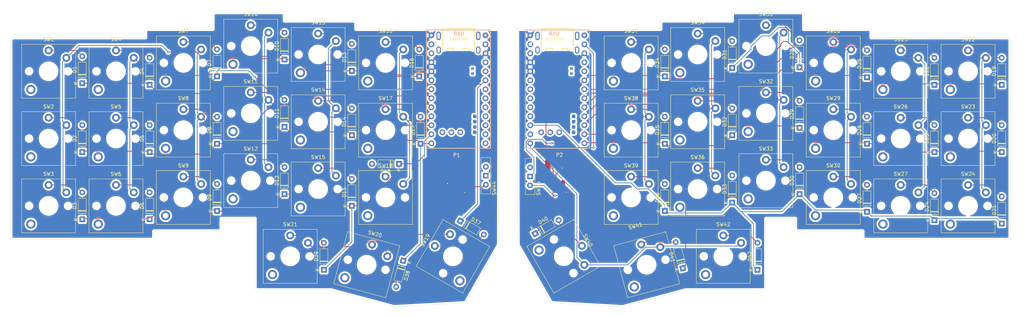
<source format=kicad_pcb>
(kicad_pcb (version 20241229) (generator "pcbnew") (generator_version "9.0")
  (title_block (title "Thyme: Split Keyboard PCB") (date "03/28/2025") (rev "1.13"))
  (layers (0 "F.Cu" signal) (2 "B.Cu" signal) (13 "F.Paste" user) (15 "B.Paste" user) (5 "F.SilkS" user "F.Silkscreen") (7 "B.SilkS" user "B.Silkscreen") (1 "F.Mask" user) (3 "B.Mask" user) (25 "Edge.Cuts" user))
  (net 0 "")
  (net 1 "L-ROW0")
  (net 2 "Net-(D1-A)")
  (net 3 "L-ROW1")
  (net 4 "Net-(D2-A)")
  (net 5 "L-ROW2")
  (net 6 "Net-(D3-A)")
  (net 7 "Net-(D4-A)")
  (net 8 "Net-(D5-A)")
  (net 9 "Net-(D6-A)")
  (net 10 "Net-(D7-A)")
  (net 11 "Net-(D8-A)")
  (net 12 "Net-(D9-A)")
  (net 13 "Net-(D10-A)")
  (net 14 "Net-(D11-A)")
  (net 15 "Net-(D12-A)")
  (net 16 "Net-(D13-A)")
  (net 17 "Net-(D14-A)")
  (net 18 "Net-(D15-A)")
  (net 19 "Net-(D16-A)")
  (net 20 "Net-(D17-A)")
  (net 21 "Net-(D18-A)")
  (net 22 "R-ROW0")
  (net 23 "Net-(D19-A)")
  (net 24 "Net-(D20-A)")
  (net 25 "R-ROW1")
  (net 26 "R-ROW2")
  (net 27 "Net-(D21-A)")
  (net 28 "Net-(D22-A)")
  (net 29 "Net-(D23-A)")
  (net 30 "Net-(D24-A)")
  (net 31 "Net-(D25-A)")
  (net 32 "Net-(D26-A)")
  (net 33 "Net-(D27-A)")
  (net 34 "Net-(D28-A)")
  (net 35 "Net-(D29-A)")
  (net 36 "Net-(D30-A)")
  (net 37 "Net-(D31-A)")
  (net 38 "Net-(D32-A)")
  (net 39 "Net-(D33-A)")
  (net 40 "Net-(D34-A)")
  (net 41 "Net-(D35-A)")
  (net 42 "Net-(D36-A)")
  (net 43 "Net-(D37-A)")
  (net 44 "Net-(D38-A)")
  (net 45 "Net-(D39-A)")
  (net 46 "Net-(D40-A)")
  (net 47 "Net-(D41-A)")
  (net 48 "Net-(D42-A)")
  (net 49 "L-COL0")
  (net 50 "L-COL1")
  (net 51 "L-COL2")
  (net 52 "L-COL3")
  (net 53 "L-COL4")
  (net 54 "L-COL5")
  (net 55 "R-COL0")
  (net 56 "R-COL1")
  (net 57 "R-COL2")
  (net 58 "R-COL3")
  (net 59 "R-COL4")
  (net 60 "R-COL5")
  (net 64 "Net-(SW44-B)")
  (net 66 "Net-(SW45-B)")
  (net 68 "LPOWER-GND")
  (net 69 "L-COL6")
  (net 70 "R-COL6")
  (net 80 "LPOWER-3.3V")
  (net 81 "RPOWER-GND")
  (net 82 "RPOWER-3.3V")
  (net 87 "LBATTERY_POSITIVE")
  (net 88 "RBATTERY_POSITIVE")
  (footprint "Switch_Keyboard_Kailh:SW_Kailh_Choc_V1V2_1.00u" (layer "F.Cu") (at 303.88257 103.373099)
    (property "Reference" "SW24")
    (property "Value" "SW_Push")
  )
  (footprint "Switch_Keyboard_Kailh:SW_Kailh_Choc_V1V2_1.00u" (layer "F.Cu") (at 63.63257 84.373099)
    (property "Reference" "SW5")
    (property "Value" "SW_Push")
  )
  (footprint "Switch_Keyboard_Kailh:SW_Kailh_Choc_V1V2_1.00u" (layer "F.Cu") (at 265.88257 62.998099)
    (property "Reference" "SW28")
    (property "Value" "SW_Push")
  )
  (footprint "Switch_Keyboard_Kailh:SW_Kailh_Choc_V1V2_1.00u" (layer "F.Cu") (at 120.63257 98.623099)
    (property "Reference" "SW15")
    (property "Value" "SW_Push")
  )
  (footprint "Switch_Keyboard_Kailh:SW_Kailh_Choc_V1V2_1.00u" (layer "F.Cu") (at 101.63257 96.248099)
    (property "Reference" "SW12")
    (property "Value" "SW_Push")
  )
  (footprint "libraries:JST_S2B-PH-SM4-TB" (layer "F.Cu") (at 159.98257 97.935599)
    (property "Reference" "P1")
    (property "Value" "JST BATTERY L")
  )
  (footprint "libraries:SuperMini NRF52840" (layer "F.Cu") (at 180.45 55.21863)
    (property "Reference" "U2" (hide yes))
    (property "Value" "nice_nano")
  )
  (footprint "Diode_THT:D_DO-35_SOD27_P7.62mm_Horizontal" (layer "F.Cu") (at 54.13257 107.183099 90)
    (property "Reference" "D3")
    (property "Value" "D_Small")
  )
  (footprint "Diode_THT:D_DO-35_SOD27_P7.62mm_Horizontal" (layer "F.Cu") (at 218.38257 104.808099 90)
    (property "Reference" "D36")
    (property "Value" "D_Small")
  )
  (footprint "Diode_THT:D_DO-35_SOD27_P7.62mm_Horizontal" (layer "F.Cu") (at 122.25757 121.433099 90)
    (property "Reference" "D39")
    (property "Value" "D_Small")
  )
  (footprint "Diode_THT:D_DO-35_SOD27_P7.62mm_Horizontal" (layer "F.Cu") (at 160.733014 107.663099 -30)
    (property "Reference" "D37")
    (property "Value" "D_Small")
  )
  (footprint "Diode_THT:D_DO-35_SOD27_P7.62mm_Horizontal" (layer "F.Cu") (at 256.36257 64.268099 90)
    (property "Reference" "D28")
    (property "Value" "D_Small")
  )
  (footprint "Diode_THT:D_DO-35_SOD27_P7.62mm_Horizontal" (layer "F.Cu") (at 144.618671 118.867922 -105)
    (property "Reference" "D38")
    (property "Value" "D_Small")
  )
  (footprint "Diode_THT:D_DO-35_SOD27_P7.62mm_Horizontal" (layer "F.Cu") (at 149.13257 66.808099 90)
    (property "Reference" "D16")
    (property "Value" "D_Small")
  )
  (footprint "Diode_THT:D_DO-35_SOD27_P7.62mm_Horizontal" (layer "F.Cu") (at 275.38257 105.055599 90)
    (property "Reference" "D27")
    (property "Value" "D_Small")
  )
  (footprint "Diode_THT:D_DO-35_SOD27_P7.62mm_Horizontal" (layer "F.Cu") (at 73.13257 107.183099 90)
    (property "Reference" "D6")
    (property "Value" "D_Small")
  )
  (footprint "Diode_THT:D_DO-35_SOD27_P7.62mm_Horizontal" (layer "F.Cu") (at 313.38257 69.183099 90)
    (property "Reference" "D19")
    (property "Value" "D_Small")
  )
  (footprint "Diode_THT:D_DO-35_SOD27_P7.62mm_Horizontal" (layer "F.Cu") (at 111.13257 62.058099 90)
    (property "Reference" "D10")
    (property "Value" "D_Small")
  )
  (footprint "Diode_THT:D_DO-35_SOD27_P7.62mm_Horizontal" (layer "F.Cu") (at 54.13257 68.730599 90)
    (property "Reference" "D1")
    (property "Value" "D_Small")
  )
  (footprint "Diode_THT:D_DO-35_SOD27_P7.62mm_Horizontal" (layer "F.Cu") (at 313.38257 108.370599 90)
    (property "Reference" "D21")
    (property "Value" "D_Small")
  )
  (footprint "Diode_THT:D_DO-35_SOD27_P7.62mm_Horizontal" (layer "F.Cu") (at 275.38257 85.808099 90)
    (property "Reference" "D26")
    (property "Value" "D_Small")
  )
  (footprint "Switch_Keyboard_Kailh:SW_Kailh_Choc_V1V2_1.00u" (layer "F.Cu") (at 227.63257 60.623099)
    (property "Reference" "SW34")
    (property "Value" "SW_Push")
  )
  (footprint "Diode_THT:D_DO-35_SOD27_P7.62mm_Horizontal" (layer "F.Cu") (at 92.13257 66.808099 90)
    (property "Reference" "D7")
    (property "Value" "D_Small")
  )
  (footprint "Switch_Keyboard_Kailh:SW_Kailh_Choc_V1V2_1.00u" (layer "F.Cu") (at 134.319978 119.998099 -15)
    (property "Reference" "SW20")
    (property "Value" "SW_Push")
  )
  (footprint "Diode_THT:D_DO-35_SOD27_P7.62mm_Horizontal" (layer "F.Cu") (at 73.13257 88.183099 90)
    (property "Reference" "D5")
    (property "Value" "D_Small")
  )
  (footprint "Diode_THT:D_DO-35_SOD27_P7.62mm_Horizontal" (layer "F.Cu") (at 237.38257 83.433099 90)
    (property "Reference" "D32")
    (property "Value" "D_Small")
  )
  (footprint "Diode_THT:D_DO-35_SOD27_P7.62mm_Horizontal" (layer "F.Cu") (at 294.38257 69.183099 90)
    (property "Reference" "D22")
    (property "Value" "D_Small")
  )
  (footprint "Diode_THT:D_DO-35_SOD27_P7.62mm_Horizontal" (layer "F.Cu") (at 244.50757 121.433099 90)
    (property "Reference" "D42")
    (property "Value" "D_Small")
  )
  (footprint "Switch_Keyboard_Kailh:SW_Kailh_Choc_V1V2_1.00u" (layer "F.Cu") (at 82.63257 62.998099)
    (property "Reference" "SW7")
    (property "Value" "SW_Push")
  )
  (footprint "Diode_THT:D_DO-35_SOD27_P7.62mm_Horizontal" (layer "F.Cu") (at 256.38257 81.305599 90)
    (property "Reference" "D29")
    (property "Value" "D_Small")
  )
  (footprint "Diode_THT:D_DO-35_SOD27_P7.62mm_Horizontal" (layer "F.Cu") (at 223.448671 120.978276 105)
    (property "Reference" "D41")
    (property "Value" "D_Small")
  )
  (footprint "libraries:SuperMini NRF52840" (layer "F.Cu") (at 152.575061 55.21863)
    (property "Reference" "U1" (hide yes))
    (property "Value" "nice_nano")
  )
  (footprint "Switch_Keyboard_Kailh:SW_Kailh_Choc_V1V2_1.00u" (layer "F.Cu") (at 246.88257 77.248099)
    (property "Reference" "SW32")
    (property "Value" "SW_Push")
  )
  (footprint "Switch_Keyboard_Kailh:SW_Kailh_Choc_V1V2_1.00u" (layer "F.Cu") (at 213.25757 119.998099 15)
    (property "Reference" "SW41")
    (property "Value" "SW_Push")
  )
  (footprint "Diode_THT:D_DO-35_SOD27_P7.62mm_Horizontal" (layer "F.Cu") (at 313.38257 88.183099 90)
    (property "Reference" "D20")
    (property "Value" "D_Small")
  )
  (footprint "Switch_Keyboard_Kailh:SW_Kailh_Choc_V1V2_1.00u" (layer "F.Cu") (at 227.63257 79.623099)
    (property "Reference" "SW35")
    (property "Value" "SW_Push")
  )
  (footprint "Switch_Keyboard_Kailh:SW_Kailh_Choc_V1V2_1.00u" (layer "F.Cu") (at 101.63257 77.248099)
    (property "Reference" "SW11")
    (property "Value" "SW_Push")
  )
  (footprint "Switch_Keyboard_Kailh:SW_Kailh_Choc_V1V2_1.00u" (layer "F.Cu") (at 158.63257 117.636239 60)
    (property "Reference" "SW19")
    (property "Value" "SW_Push")
  )
  (footprint "Switch_Keyboard_Kailh:SW_Kailh_Choc_V1V2_1.00u" (layer "F.Cu") (at 246.88257 58.248099)
    (property "Reference" "SW31")
    (property "Value" "SW_Push")
  )
  (footprint "Diode_THT:D_DO-35_SOD27_P7.62mm_Horizontal" (layer "F.Cu") (at 294.38257 107.430599 90)
    (property "Reference" "D24")
    (property "Value" "D_Small")
  )
  (footprint "Switch_Keyboard_Kailh:SW_Kailh_Choc_V1V2_1.00u" (layer "F.Cu") (at 120.63257 60.623099)
    (property "Reference" "SW13")
    (property "Value" "SW_Push")
  )
  (footprint "Switch_Keyboard_Kailh:SW_Kailh_Choc_V1V2_1.00u" (layer "F.Cu") (at 208.88257 100.998099)
    (property "Reference" "SW39")
    (property "Value" "SW_Push")
  )
  (footprint "Diode_THT:D_DO-35_SOD27_P7.62mm_Horizontal" (layer "F.Cu") (at 111.13257 81.058099 90)
    (property "Reference" "D11")
    (property "Value" "D_Small")
  )
  (footprint "Diode_THT:D_DO-35_SOD27_P7.62mm_Horizontal" (layer "F.Cu") (at 143.44257 91.498099 180)
    (property "Reference" "D18")
    (property "Value" "D_Small")
  )
  (footprint "Switch_Keyboard_Kailh:SW_Kailh_Choc_V1V2_1.00u" (layer "F.Cu") (at 284.88257 103.373099)
    (property "Reference" "SW27")
    (property "Value" "SW_Push")
  )
  (footprint "Switch_Keyboard_Kailh:SW_Kailh_Choc_V1V2_1.00u" (layer "F.Cu") (at 63.63257 103.373099)
    (property "Reference" "SW6")
    (property "Value" "SW_Push")
  )
  (footprint "Diode_THT:D_DO-35_SOD27_P7.62mm_Horizontal" (layer "F.Cu") (at 149.50757 85.808099 90)
    (property "Reference" "D17")
    (property "Value" "D_Small")
  )
  (footprint "Switch_Keyboard_Kailh:SW_Kailh_Choc_V1V2_1.00u" (layer "F.Cu") (at 227.63257 98.623099)
    (property "Reference" "SW36")
    (property "Value" "SW_Push")
  )
  (footprint "libraries:JST_S2B-PH-SM4-TB" (layer "F.Cu") (at 188.69507 97.935599)
    (property "Reference" "P2")
    (property "Value" "JST BATTERY R")
  )
  (footprint "Switch_Keyboard_Kailh:SW_Kailh_Choc_V1V2_1.00u" (layer "F.Cu") (at 44.63257 65.373099)
    (property "Reference" "SW1")
    (property "Value" "SW_Push")
  )
  (footprint "Switch_Keyboard_Kailh:SW_Kailh_Choc_V1V2_1.00u" (layer "F.Cu") (at 284.88257 84.373099)
    (property "Reference" "SW26")
    (property "Value" "SW_Push")
  )
  (footprint "Switch_Keyboard_Kailh:SW_Kailh_Choc_V1V2_1.00u" (layer "F.Cu") (at 101.63257 58.248099)
    (property "Reference" "SW10")
    (property "Value" "SW_Push")
  )
  (footprint "Switch_Keyboard_Kailh:SW_Kailh_Choc_V1V2_1.00u" (layer "F.Cu") (at 82.63257 100.998099)
    (property "Reference" "SW9")
    (property "Value" "SW_Push")
  )
  (footprint "Diode_THT:D_DO-35_SOD27_P7.62mm_Horizontal" (layer "F.Cu") (at 218.38257 66.808099 90)
    (property "Reference" "D34")
    (property "Value" "D_Small")
  )
  (footprint "Diode_THT:D_DO-35_SOD27_P7.62mm_Horizontal" (layer "F.Cu") (at 92.13257 85.808099 90)
    (property "Reference" "D8")
    (property "Value" "D_Small")
  )
  (footprint "Switch_Keyboard_Kailh:SW_Kailh_Choc_V1V2_1.00u" (layer "F.Cu") (at 246.88257 96.248099)
    (property "Reference" "SW33")
    (property "Value" "SW_Push")
  )
  (footprint "Switch_Keyboard_Kailh:SW_Kailh_Choc_V1V2_1.00u" (layer "F.Cu") (at 44.63257 103.373099)
    (property "Reference" "SW3")
    (property "Value" "SW_Push")
  )
  (footprint "Switch_Keyboard_Kailh:SW_Kailh_Choc_V1V2_1.00u" (layer "F.Cu") (at 265.88257 81.998099)
    (property "Reference" "SW29")
    (property "Value" "SW_Push")
  )
  (footprint "Switch_Keyboard_Kailh:SW_Kailh_Choc_V1V2_1.00u" (layer "F.Cu") (at 139.63257 100.998099)
    (property "Reference" "SW18")
    (property "Value" "SW_Push")
  )
  (footprint "Switch_Keyboard_Kailh:SW_Kailh_Choc_V1V2_1.00u" (layer "F.Cu") (at 112.75757 117.623099)
    (property "Reference" "SW21")
    (property "Value" "SW_Push")
  )
  (footprint "Diode_THT:D_DO-35_SOD27_P7.62mm_Horizontal" (layer "F.Cu") (at 237.38257 102.433099 90)
    (property "Reference" "D33")
    (property "Value" "D_Small")
  )
  (footprint "Switch_Keyboard_Kailh:SW_Kailh_Choc_V1V2_1.00u" (layer "F.Cu") (at 284.88257 65.373099)
    (property "Reference" "SW25")
    (property "Value" "SW_Push")
  )
  (footprint "Diode_THT:D_DO-35_SOD27_P7.62mm_Horizontal" (layer "F.Cu") (at 130.13257 65.243099 90)
    (property "Reference" "D13")
    (property "Value" "D_Small")
  )
  (footprint "Switch_Keyboard_Kailh:SW_Kailh_Choc_V1V2_1.00u" (layer "F.Cu") (at 303.88257 65.373099)
    (property "Reference" "SW22")
    (property "Value" "SW_Push")
  )
  (footprint "Switch_Keyboard_Kailh:SW_Kailh_Choc_V1V2_1.00u" (layer "F.Cu") (at 208.88257 62.998099)
    (property "Reference" "SW37")
    (property "Value" "SW_Push")
  )
  (footprint "Diode_THT:D_DO-35_SOD27_P7.62mm_Horizontal" (layer "F.Cu") (at 130.13257 83.433099 90)
    (property "Reference" "D14")
    (property "Value" "D_Small")
  )
  (footprint "Switch_Keyboard_Kailh:SW_Kailh_Choc_V1V2_1.00u" (layer "F.Cu") (at 139.63257 81.998099)
    (property "Reference" "SW17")
    (property "Value" "SW_Push")
  )
  (footprint "Diode_THT:D_DO-35_SOD27_P7.62mm_Horizontal" (layer "F.Cu") (at 73.13257 69.183099 90)
    (property "Reference" "D4")
    (property "Value" "D_Small")
  )
  (footprint "Switch_Keyboard_Kailh:SW_Kailh_Choc_V1V2_1.00u" (layer "F.Cu") (at 265.88257 100.998099)
    (property "Reference" "SW30")
    (property "Value" "SW_Push")
  )
  (footprint "Switch_Keyboard_Kailh:SW_Kailh_Choc_V1V2_1.00u" (layer "F.Cu") (at 120.63257 79.623099)
    (property "Reference" "SW14")
    (property "Value" "SW_Push")
  )
  (footprint "Diode_THT:D_DO-35_SOD27_P7.62mm_Horizontal" (layer "F.Cu") (at 92.13257 104.808099 90)
    (property "Reference" "D9")
    (property "Value" "D_Small")
  )
  (footprint "Switch_Keyboard_Kailh:SW_Kailh_Choc_V1V2_1.00u" (layer "F.Cu") (at 44.63257 84.373099)
    (property "Reference" "SW2")
    (property "Value" "SW_Push")
  )
  (footprint "Switch_Keyboard_Kailh:SW_Kailh_Choc_V1V2_1.00u" (layer "F.Cu") (at 208.88257 81.998099)
    (property "Reference" "SW38")
    (property "Value" "SW_Push")
  )
  (footprint "Switch_Keyboard_Kailh:SW_Kailh_Choc_V1V2_1.00u" (layer "F.Cu") (at 234.88257 117.623099)
    (property "Reference" "SW42")
    (property "Value" "SW_Push")
  )
  (footprint "Diode_THT:D_DO-35_SOD27_P7.62mm_Horizontal" (layer "F.Cu") (at 218.38257 85.808099 90)
    (property "Reference" "D35")
    (property "Value" "D_Small")
  )
  (footprint "Button_Switch_THT:SW_Slide-03_Wuerth-WS-SLTV_10x2.5x6.4_P2.54mm" (layer "F.Cu") (at 167.92257 94.858099 90)
    (property "Reference" "SW44")
    (property "Value" "SW_SPDT")
  )
  (footprint "Switch_Keyboard_Kailh:SW_Kailh_Choc_V1V2_1.00u" (layer "F.Cu") (at 82.63257 81.998099)
    (property "Reference" "SW8")
    (property "Value" "SW_Push")
  )
  (footprint "Switch_Keyboard_Kailh:SW_Kailh_Choc_V1V2_1.00u" (layer "F.Cu") (at 189.88257 117.60996 -60)
    (property "Reference" "SW40")
    (property "Value" "SW_Push")
  )
  (footprint "Button_Switch_THT:SW_Slide-03_Wuerth-WS-SLTV_10x2.5x6.4_P2.54mm" (layer "F.Cu") (at 180.38257 95.060599 90)
    (property "Reference" "SW45")
    (property "Value" "SW_SPDT")
  )
  (footprint "Diode_THT:D_DO-35_SOD27_P7.62mm_Horizontal" (layer "F.Cu") (at 237.38257 64.433099 90)
    (property "Reference" "D31")
    (property "Value" "D_Small")
  )
  (footprint "Diode_THT:D_DO-35_SOD27_P7.62mm_Horizontal" (layer "F.Cu") (at 181.833014 111.215599 30)
    (property "Reference" "D40")
    (property "Value" "D_Small")
  )
  (footprint "Diode_THT:D_DO-35_SOD27_P7.62mm_Horizontal" (layer "F.Cu") (at 111.13257 100.058099 90)
    (property "Reference" "D12")
    (property "Value" "D_Small")
  )
  (footprint "Diode_THT:D_DO-35_SOD27_P7.62mm_Horizontal" (layer "F.Cu") (at 294.38257 88.183099 90)
    (property "Reference" "D23")
    (property "Value" "D_Small")
  )
  (footprint "Diode_THT:D_DO-35_SOD27_P7.62mm_Horizontal" (layer "F.Cu") (at 275.38257 67.055599 90)
    (property "Reference" "D25")
    (property "Value" "D_Small")
  )
  (footprint "Diode_THT:D_DO-35_SOD27_P7.62mm_Horizontal" (layer "F.Cu") (at 54.13257 88.183099 90)
    (property "Reference" "D2")
    (property "Value" "D_Small")
  )
  (footprint "Switch_Keyboard_Kailh:SW_Kailh_Choc_V1V2_1.00u" (layer "F.Cu") (at 139.63257 62.998099)
    (property "Reference" "SW16")
    (property "Value" "SW_Push")
  )
  (footprint "Diode_THT:D_DO-35_SOD27_P7.62mm_Horizontal" (layer "F.Cu") (at 130.13257 103.373099 90)
    (property "Reference" "D15")
    (property "Value" "D_Small")
  )
  (footprint "Diode_THT:D_DO-35_SOD27_P7.62mm_Horizontal" (layer "F.Cu") (at 256.38257 100.058099 90)
    (property "Reference" "D30")
    (property "Value" "D_Small")
  )
  (footprint "Switch_Keyboard_Kailh:SW_Kailh_Choc_V1V2_1.00u" (layer "F.Cu") (at 63.63257 65.373099)
    (property "Reference" "SW4")
    (property "Value" "SW_Push")
  )
  (footprint "Switch_Keyboard_Kailh:SW_Kailh_Choc_V1V2_1.00u" (layer "F.Cu") (at 303.88257 84.373099)
    (property "Reference" "SW23")
    (property "Value" "SW_Push")
  )
  (gr_poly (pts (xy 142.00757 131.873099) (xy 124.19507 127.123099) (xy 102.82007 127.123099) (xy 102.82007 106.935599) (xy 93.32007 106.935599) (xy 93.32007 110.498099) (xy 74.32007 110.498099) (xy 74.32007 112.873099) (xy 33.94507 112.873099) (xy 33.94507 55.873099) (xy 71.94507 55.873099) (xy 71.94507 53.498099) (xy 90.94507 53.498099) (xy 90.94507 48.748099) (xy 111.13257 48.748099) (xy 111.13257 51.123099) (xy 131.32007 51.123099) (xy 131.32007 53.498099) (xy 171.69507 53.498099) (xy 171.531277 114.347237) (xy 162.156135 130.753734)) (stroke (width 0.05)) (fill no) (layer "Edge.Cuts"))
  (gr_poly (pts (xy 206.50757 131.873099) (xy 224.32007 127.123099) (xy 246.88257 127.123099) (xy 246.88257 106.935599) (xy 255.19507 106.935599) (xy 255.19507 110.498099) (xy 274.19507 110.498099) (xy 274.19507 112.873099) (xy 315.75757 112.873099) (xy 315.75757 55.873099) (xy 276.57007 55.873099) (xy 276.57007 53.498099) (xy 257.57007 53.498099) (xy 257.57007 48.748099) (xy 237.38257 48.748099) (xy 237.38257 51.123099) (xy 217.19507 51.123099) (xy 217.19507 53.498099) (xy 176.82007 53.498099) (xy 176.983863 114.347237) (xy 186.359005 130.753734)) (stroke (width 0.05)) (fill no) (layer "Edge.Cuts"))
  (segment (start 117.366726 65.243099) (end 114.181726 62.058099) (width 0.2) (layer "F.Cu") (net 1))
  (segment (start 167.815071 67.91862) (end 166.714061 69.01963) (width 0.2) (layer "F.Cu") (net 1))
  (segment (start 73.13257 69.183099) (end 72.68007 68.730599) (width 0.2) (layer "F.Cu") (net 1))
  (segment (start 87.29257 71.648099) (end 75.59757 71.648099) (width 0.2) (layer "F.Cu") (net 1))
  (segment (start 151.344101 69.01963) (end 149.13257 66.808099) (width 0.2) (layer "F.Cu") (net 1))
  (segment (start 111.13257 62.058099) (end 110.87157 61.797099) (width 0.2) (layer "F.Cu") (net 1))
  (segment (start 92.13257 65.348099) (end 92.13257 66.808099) (width 0.2) (layer "F.Cu") (net 1))
  (segment (start 130.13257 65.243099) (end 117.366726 65.243099) (width 0.2) (layer "F.Cu") (net 1))
  (segment (start 75.59757 71.648099) (end 73.13257 69.183099) (width 0.2) (layer "F.Cu") (net 1))
  (segment (start 166.714061 69.01963) (end 151.344101 69.01963) (width 0.2) (layer "F.Cu") (net 1))
  (segment (start 136.102678 66.808099) (end 134.537678 65.243099) (width 0.2) (layer "F.Cu") (net 1))
  (segment (start 114.181726 62.058099) (end 111.13257 62.058099) (width 0.2) (layer "F.Cu") (net 1))
  (segment (start 92.13257 66.808099) (end 87.29257 71.648099) (width 0.2) (layer "F.Cu") (net 1))
  (segment (start 149.13257 66.808099) (end 136.102678 66.808099) (width 0.2) (layer "F.Cu") (net 1))
  (segment (start 134.537678 65.243099) (end 130.13257 65.243099) (width 0.2) (layer "F.Cu") (net 1))
  (segment (start 95.68357 61.797099) (end 92.13257 65.348099) (width 0.2) (layer "F.Cu") (net 1))
  (segment (start 72.68007 68.730599) (end 54.13257 68.730599) (width 0.2) (layer "F.Cu") (net 1))
  (segment (start 110.87157 61.797099) (end 95.68357 61.797099) (width 0.2) (layer "F.Cu") (net 1))
  (segment (start 165.594261 102.801852) (end 165.594261 70.13943) (width 0.2) (layer "B.Cu") (net 1))
  (segment (start 160.733014 107.663099) (end 165.594261 102.801852) (width 0.2) (layer "B.Cu") (net 1))
  (segment (start 165.594261 70.13943) (end 167.815071 67.91862) (width 0.2) (layer "B.Cu") (net 1))
  (segment (start 52.49507 59.473099) (end 54.13257 61.110599) (width 0.2) (layer "F.Cu") (net 2))
  (segment (start 44.63257 59.473099) (end 52.49507 59.473099) (width 0.2) (layer "F.Cu") (net 2))
  (segment (start 112.57357 82.499099) (end 129.19857 82.499099) (width 0.2) (layer "F.Cu") (net 3))
  (segment (start 111.13257 81.058099) (end 112.57357 82.499099) (width 0.2) (layer "F.Cu") (net 3))
  (segment (start 54.13257 88.183099) (end 54.39357 87.922099) (width 0.2) (layer "F.Cu") (net 3))
  (segment (start 152.465592 85.808099) (end 152.575061 85.69863) (width 0.2) (layer "F.Cu") (net 3))
  (segment (start 73.69857 88.749099) (end 89.19157 88.749099) (width 0.2) (layer "F.Cu") (net 3))
  (segment (start 92.13257 85.808099) (end 106.38257 85.808099) (width 0.2) (layer "F.Cu") (net 3))
  (segment (start 149.50757 85.808099) (end 152.465592 85.808099) (width 0.2) (layer "F.Cu") (net 3))
  (segment (start 106.38257 85.808099) (end 111.13257 81.058099) (width 0.2) (layer "F.Cu") (net 3))
  (segment (start 129.19857 82.499099) (end 130.13257 83.433099) (width 0.2) (layer "F.Cu") (net 3))
  (segment (start 148.57357 84.874099) (end 149.50757 85.808099) (width 0.2) (layer "F.Cu") (net 3))
  (segment (start 54.39357 87.922099) (end 72.87157 87.922099) (width 0.2) (layer "F.Cu") (net 3))
  (segment (start 130.13257 83.433099) (end 131.57357 84.874099) (width 0.2) (layer "F.Cu") (net 3))
  (segment (start 72.87157 87.922099) (end 73.13257 88.183099) (width 0.2) (layer "F.Cu") (net 3))
  (segment (start 89.19157 88.749099) (end 92.13257 85.808099) (width 0.2) (layer "F.Cu") (net 3))
  (segment (start 73.13257 88.183099) (end 73.69857 88.749099) (width 0.2) (layer "F.Cu") (net 3))
  (segment (start 131.57357 84.874099) (end 148.57357 84.874099) (width 0.2) (layer "F.Cu") (net 3))
  (segment (start 149.50757 113.979023) (end 149.50757 85.808099) (width 0.2) (layer "B.Cu") (net 3))
  (segment (start 144.618671 118.867922) (end 149.50757 113.979023) (width 0.2) (layer "B.Cu") (net 3))
  (segment (start 44.63257 78.473099) (end 52.04257 78.473099) (width 0.2) (layer "F.Cu") (net 4))
  (segment (start 52.04257 78.473099) (end 54.13257 80.563099) (width 0.2) (layer "F.Cu") (net 4))
  (segment (start 135.43357 101.536991) (end 133.597462 103.373099) (width 0.2) (layer "F.Cu") (net 5))
  (segment (start 137.79257 98.148099) (end 135.43357 100.507099) (width 0.2) (layer "F.Cu") (net 5))
  (segment (start 148.17257 91.498099) (end 143.44257 91.498099) (width 0.2) (layer "F.Cu") (net 5))
  (segment (start 72.87157 106.922099) (end 73.13257 107.183099) (width 0.2) (layer "F.Cu") (net 5))
  (segment (start 121.315292 103.373099) (end 130.13257 103.373099) (width 0.2) (layer "F.Cu") (net 5))
  (segment (start 106.38257 104.808099) (end 111.13257 100.058099) (width 0.2) (layer "F.Cu") (net 5))
  (segment (start 54.13257 107.183099) (end 54.39357 106.922099) (width 0.2) (layer "F.Cu") (net 5))
  (segment (start 138.563884 98.148099) (end 137.79257 98.148099) (width 0.2) (layer "F.Cu") (net 5))
  (segment (start 75.80757 104.508099) (end 91.83257 104.508099) (width 0.2) (layer "F.Cu") (net 5))
  (segment (start 150.47257 89.198099) (end 148.17257 91.498099) (width 0.2) (layer "F.Cu") (net 5))
  (segment (start 143.44257 93.269413) (end 138.563884 98.148099) (width 0.2) (layer "F.Cu") (net 5))
  (segment (start 91.83257 104.508099) (end 92.13257 104.808099) (width 0.2) (layer "F.Cu") (net 5))
  (segment (start 92.13257 104.808099) (end 106.38257 104.808099) (width 0.2) (layer "F.Cu") (net 5))
  (segment (start 133.597462 103.373099) (end 130.13257 103.373099) (width 0.2) (layer "F.Cu") (net 5))
  (segment (start 111.13257 100.058099) (end 118.000292 100.058099) (width 0.2) (layer "F.Cu") (net 5))
  (segment (start 73.13257 107.183099) (end 75.80757 104.508099) (width 0.2) (layer "F.Cu") (net 5))
  (segment (start 143.44257 91.498099) (end 143.44257 93.269413) (width 0.2) (layer "F.Cu") (net 5))
  (segment (start 135.43357 100.507099) (end 135.43357 101.536991) (width 0.2) (layer "F.Cu") (net 5))
  (segment (start 118.000292 100.058099) (end 121.315292 103.373099) (width 0.2) (layer "F.Cu") (net 5))
  (segment (start 54.39357 106.922099) (end 72.87157 106.922099) (width 0.2) (layer "F.Cu") (net 5))
  (via (at 150.47257 89.198099) (size 0.6) (drill 0.3) (layers "F.Cu" "B.Cu") (net 5))
  (segment (start 150.47257 89.198099) (end 150.632642 89.038027) (width 0.2) (layer "B.Cu") (net 5))
  (segment (start 122.25757 121.433099) (end 130.13257 113.558099) (width 0.2) (layer "B.Cu") (net 5))
  (segment (start 150.632642 89.038027) (end 150.632642 85.101049) (width 0.2) (layer "B.Cu") (net 5))
  (segment (start 150.632642 85.101049) (end 152.575061 83.15863) (width 0.2) (layer "B.Cu") (net 5))
  (segment (start 130.13257 113.558099) (end 130.13257 103.373099) (width 0.2) (layer "B.Cu") (net 5))
  (segment (start 44.63257 97.473099) (end 52.04257 97.473099) (width 0.2) (layer "F.Cu") (net 6))
  (segment (start 52.04257 97.473099) (end 54.13257 99.563099) (width 0.2) (layer "F.Cu") (net 6))
  (segment (start 71.04257 59.473099) (end 73.13257 61.563099) (width 0.2) (layer "F.Cu") (net 7))
  (segment (start 63.63257 59.473099) (end 71.04257 59.473099) (width 0.2) (layer "F.Cu") (net 7))
  (segment (start 63.63257 78.473099) (end 71.04257 78.473099) (width 0.2) (layer "F.Cu") (net 8))
  (segment (start 71.04257 78.473099) (end 73.13257 80.563099) (width 0.2) (layer "F.Cu") (net 8))
  (segment (start 71.04257 97.473099) (end 73.13257 99.563099) (width 0.2) (layer "F.Cu") (net 9))
  (segment (start 63.63257 97.473099) (end 71.04257 97.473099) (width 0.2) (layer "F.Cu") (net 9))
  (segment (start 82.63257 57.098099) (end 90.04257 57.098099) (width 0.2) (layer "F.Cu") (net 10))
  (segment (start 90.04257 57.098099) (end 92.13257 59.188099) (width 0.2) (layer "F.Cu") (net 10))
  (segment (start 87.513884 76.098099) (end 89.603884 78.188099) (width 0.2) (layer "F.Cu") (net 11))
  (segment (start 82.63257 76.098099) (end 87.513884 76.098099) (width 0.2) (layer "F.Cu") (net 11))
  (segment (start 89.603884 78.188099) (end 92.13257 78.188099) (width 0.2) (layer "F.Cu") (net 11))
  (segment (start 90.04257 95.098099) (end 92.13257 97.188099) (width 0.2) (layer "F.Cu") (net 12))
  (segment (start 82.63257 95.098099) (end 90.04257 95.098099) (width 0.2) (layer "F.Cu") (net 12))
  (segment (start 109.04257 52.348099) (end 111.13257 54.438099) (width 0.2) (layer "F.Cu") (net 13))
  (segment (start 101.63257 52.348099) (end 109.04257 52.348099) (width 0.2) (layer "F.Cu") (net 13))
  (segment (start 101.63257 71.348099) (end 109.04257 71.348099) (width 0.2) (layer "F.Cu") (net 14))
  (segment (start 109.04257 71.348099) (end 111.13257 73.438099) (width 0.2) (layer "F.Cu") (net 14))
  (segment (start 109.04257 90.348099) (end 111.13257 92.438099) (width 0.2) (layer "F.Cu") (net 15))
  (segment (start 101.63257 90.348099) (end 109.04257 90.348099) (width 0.2) (layer "F.Cu") (net 15))
  (segment (start 127.23257 54.723099) (end 130.13257 57.623099) (width 0.2) (layer "F.Cu") (net 16))
  (segment (start 120.63257 54.723099) (end 127.23257 54.723099) (width 0.2) (layer "F.Cu") (net 16))
  (segment (start 120.63257 73.723099) (end 128.04257 73.723099) (width 0.2) (layer "F.Cu") (net 17))
  (segment (start 128.04257 73.723099) (end 130.13257 75.813099) (width 0.2) (layer "F.Cu") (net 17))
  (segment (start 120.63257 92.723099) (end 127.10257 92.723099) (width 0.2) (layer "F.Cu") (net 18))
  (segment (start 127.10257 92.723099) (end 130.13257 95.753099) (width 0.2) (layer "F.Cu") (net 18))
  (segment (start 147.04257 57.098099) (end 149.13257 59.188099) (width 0.2) (layer "F.Cu") (net 19))
  (segment (start 139.63257 57.098099) (end 147.04257 57.098099) (width 0.2) (layer "F.Cu") (net 19))
  (segment (start 149.50757 78.188099) (end 147.41757 76.098099) (width 0.2) (layer "F.Cu") (net 20))
  (segment (start 147.41757 76.098099) (end 139.63257 76.098099) (width 0.2) (layer "F.Cu") (net 20))
  (segment (start 139.63257 95.098099) (end 136.03257 91.498099) (width 0.2) (layer "F.Cu") (net 21))
  (segment (start 136.03257 91.498099) (end 135.82257 91.498099) (width 0.2) (layer "F.Cu") (net 21))
  (segment (start 184.88907 90.766649) (end 184.88907 78.71956) (width 0.2) (layer "F.Cu") (net 22))
  (segment (start 181.833014 111.215599) (end 186.87357 106.175043) (width 0.2) (layer "F.Cu") (net 22))
  (segment (start 258.64157 66.547099) (end 256.36257 64.268099) (width 0.2) (layer "F.Cu") (net 22))
  (segment (start 197.061531 66.547099) (end 195.69001 67.91862) (width 0.2) (layer "F.Cu") (net 22))
  (segment (start 218.12157 66.547099) (end 197.061531 66.547099) (width 0.2) (layer "F.Cu") (net 22))
  (segment (start 218.38257 66.808099) (end 218.12157 66.547099) (width 0.2) (layer "F.Cu") (net 22))
  (segment (start 234.36757 67.448099) (end 219.02257 67.448099) (width 0.2) (layer "F.Cu") (net 22))
  (segment (start 313.12157 68.922099) (end 294.64357 68.922099) (width 0.2) (layer "F.Cu") (net 22))
  (segment (start 274.87407 66.547099) (end 258.64157 66.547099) (width 0.2) (layer "F.Cu") (net 22))
  (segment (start 277.24907 68.922099) (end 275.38257 67.055599) (width 0.2) (layer "F.Cu") (net 22))
  (segment (start 275.38257 67.055599) (end 274.87407 66.547099) (width 0.2) (layer "F.Cu") (net 22))
  (segment (start 294.64357 68.922099) (end 294.38257 69.183099) (width 0.2) (layer "F.Cu") (net 22))
  (segment (start 237.38257 64.433099) (end 234.36757 67.448099) (width 0.2) (layer "F.Cu") (net 22))
  (segment (start 294.12157 68.922099) (end 277.24907 68.922099) (width 0.2) (layer "F.Cu") (net 22))
  (segment (start 186.87357 106.175043) (end 186.87357 92.751149) (width 0.2) (layer "F.Cu") (net 22))
  (segment (start 186.87357 92.751149) (end 184.88907 90.766649) (width 0.2) (layer "F.Cu") (net 22))
  (segment (start 219.02257 67.448099) (end 218.38257 66.808099) (width 0.2) (layer "F.Cu") (net 22))
  (segment (start 313.38257 69.183099) (end 313.12157 68.922099) (width 0.2) (layer "F.Cu") (net 22))
  (segment (start 184.88907 78.71956) (end 195.69001 67.91862) (width 0.2) (layer "F.Cu") (net 22))
  (segment (start 294.38257 69.183099) (end 294.12157 68.922099) (width 0.2) (layer "F.Cu") (net 22))
  (segment (start 242.68357 58.379821) (end 242.68357 59.132099) (width 0.2) (layer "B.Cu") (net 22))
  (segment (start 250.398848 53.047099) (end 248.073848 55.372099) (width 0.2) (layer "B.Cu") (net 22))
  (segment (start 242.68357 59.132099) (end 237.38257 64.433099) (width 0.2) (layer "B.Cu") (net 22))
  (segment (start 245.691292 55.372099) (end 242.68357 58.379821) (width 0.2) (layer "B.Cu") (net 22))
  (segment (start 253.28357 57.309207) (end 253.28357 53.867785) (width 0.2) (layer "B.Cu") (net 22))
  (segment (start 248.073848 55.372099) (end 245.691292 55.372099) (width 0.2) (layer "B.Cu") (net 22))
  (segment (start 256.36257 60.388207) (end 253.28357 57.309207) (width 0.2) (layer "B.Cu") (net 22))
  (segment (start 256.36257 64.268099) (end 256.36257 60.388207) (width 0.2) (layer "B.Cu") (net 22))
  (segment (start 253.28357 53.867785) (end 252.462884 53.047099) (width 0.2) (layer "B.Cu") (net 22))
  (segment (start 252.462884 53.047099) (end 250.398848 53.047099) (width 0.2) (layer "B.Cu") (net 22))
  (segment (start 303.88257 59.473099) (end 308.763884 59.473099) (width 0.2) (layer "F.Cu") (net 23))
  (segment (start 308.763884 59.473099) (end 310.853884 61.563099) (width 0.2) (layer "F.Cu") (net 23))
  (segment (start 310.853884 61.563099) (end 313.38257 61.563099) (width 0.2) (layer "F.Cu") (net 23))
  (segment (start 303.88257 78.473099) (end 311.29257 78.473099) (width 0.2) (layer "F.Cu") (net 24))
  (segment (start 311.29257 78.473099) (end 313.38257 80.563099) (width 0.2) (layer "F.Cu") (net 24))
  (segment (start 260.62407 85.547099) (end 256.38257 81.305599) (width 0.2) (layer "F.Cu") (net 25))
  (segment (start 256.38257 81.305599) (end 255.87407 80.797099) (width 0.2) (layer "F.Cu") (net 25))
  (segment (start 237.38257 83.433099) (end 234.44157 86.374099) (width 0.2) (layer "F.Cu") (net 25))
  (segment (start 294.64357 87.922099) (end 294.38257 88.183099) (width 0.2) (layer "F.Cu") (net 25))
  (segment (start 313.12157 87.922099) (end 294.64357 87.922099) (width 0.2) (layer "F.Cu") (net 25))
  (segment (start 224.26257 120.164377) (end 223.448671 120.978276) (width 0.2) (layer "F.Cu") (net 25))
  (segment (start 294.38257 88.183099) (end 280.806726 88.183099) (width 0.2) (layer "F.Cu") (net 25))
  (segment (start 218.94857 86.374099) (end 218.38257 85.808099) (width 0.2) (layer "F.Cu") (net 25))
  (segment (start 240.01857 80.797099) (end 237.38257 83.433099) (width 0.2) (layer "F.Cu") (net 25))
  (segment (start 234.44157 86.374099) (end 218.94857 86.374099) (width 0.2) (layer "F.Cu") (net 25))
  (segment (start 195.841531 85.547099) (end 195.69001 85.69862) (width 0.2) (layer "F.Cu") (net 25))
  (segment (start 313.38257 88.183099) (end 313.12157 87.922099) (width 0.2) (layer "F.Cu") (net 25))
  (segment (start 255.87407 80.797099) (end 240.01857 80.797099) (width 0.2) (layer "F.Cu") (net 25))
  (segment (start 280.806726 88.183099) (end 278.431726 85.808099) (width 0.2) (layer "F.Cu") (net 25))
  (segment (start 278.431726 85.808099) (end 275.38257 85.808099) (width 0.2) (layer "F.Cu") (net 25))
  (segment (start 218.12157 85.547099) (end 195.841531 85.547099) (width 0.2) (layer "F.Cu") (net 25))
  (segment (start 218.38257 85.808099) (end 224.26257 91.688099) (width 0.2) (layer "F.Cu") (net 25))
  (segment (start 224.26257 91.688099) (end 224.26257 120.164377) (width 0.2) (layer "F.Cu") (net 25))
  (segment (start 218.38257 85.808099) (end 218.12157 85.547099) (width 0.2) (layer "F.Cu") (net 25))
  (segment (start 275.38257 85.808099) (end 275.12157 85.547099) (width 0.2) (layer "F.Cu") (net 25))
  (segment (start 275.12157 85.547099) (end 260.62407 85.547099) (width 0.2) (layer "F.Cu") (net 25))
  (segment (start 294.89107 106.922099) (end 294.38257 107.430599) (width 0.2) (layer "B.Cu") (net 26))
  (segment (start 204.4335 96.888099) (end 188.164031 80.61863) (width 0.2) (layer "B.Cu") (net 26))
  (segment (start 274.87407 104.547099) (end 260.87157 104.547099) (width 0.2) (layer "B.Cu") (net 26))
  (segment (start 188.164031 80.61863) (end 180.45 80.61863) (width 0.2) (layer "B.Cu") (net 26))
  (segment (start 251.39507 105.045599) (end 239.99507 105.045599) (width 0.2) (layer "B.Cu") (net 26))
  (segment (start 218.94857 105.374099) (end 218.38257 104.808099) (width 0.2) (layer "B.Cu") (net 26))
  (segment (start 311.93407 106.922099) (end 294.89107 106.922099) (width 0.2) (layer "B.Cu") (net 26))
  (segment (start 243.40657 108.457099) (end 237.38257 102.433099) (width 0.2) (layer "B.Cu") (net 26))
  (segment (start 243.40657 120.332099) (end 243.40657 108.457099) (width 0.2) (layer "B.Cu") (net 26))
  (segment (start 234.44157 105.374099) (end 218.94857 105.374099) (width 0.2) (layer "B.Cu") (net 26))
  (segment (start 218.38257 104.808099) (end 218.38257 103.158207) (width 0.2) (layer "B.Cu") (net 26))
  (segment (start 313.38257 108.370599) (end 311.93407 106.922099) (width 0.2) (layer "B.Cu") (net 26))
  (segment (start 260.87157 104.547099) (end 256.38257 100.058099) (width 0.2) (layer "B.Cu") (net 26))
  (segment (start 275.38257 105.055599) (end 274.87407 104.547099) (width 0.2) (layer "B.Cu") (net 26))
  (segment (start 275.38257 105.055599) (end 276.57607 106.249099) (width 0.2) (layer "B.Cu") (net 26))
  (segment (start 218.38257 103.158207) (end 213.823462 98.599099) (width 0.2) (layer "B.Cu") (net 26))
  (segment (start 276.57607 106.249099) (end 293.20107 106.249099) (width 0.2) (layer "B.Cu") (net 26))
  (segment (start 210.550848 98.599099) (end 208.839848 96.888099) (width 0.2) (layer "B.Cu") (net 26))
  (segment (start 208.839848 96.888099) (end 204.4335 96.888099) (width 0.2) (layer "B.Cu") (net 26))
  (segment (start 213.823462 98.599099) (end 210.550848 98.599099) (width 0.2) (layer "B.Cu") (net 26))
  (segment (start 239.99507 105.045599) (end 237.38257 102.433099) (width 0.2) (layer "B.Cu") (net 26))
  (segment (start 293.20107 106.249099) (end 294.38257 107.430599) (width 0.2) (layer "B.Cu") (net 26))
  (segment (start 244.50757 121.433099) (end 243.40657 120.332099) (width 0.2) (layer "B.Cu") (net 26))
  (segment (start 237.38257 102.433099) (end 234.44157 105.374099) (width 0.2) (layer "B.Cu") (net 26))
  (segment (start 256.38257 100.058099) (end 251.39507 105.045599) (width 0.2) (layer "B.Cu") (net 26))
  (segment (start 310.10507 97.473099) (end 313.38257 100.750599) (width 0.2) (layer "F.Cu") (net 27))
  (segment (start 303.88257 97.473099) (end 310.10507 97.473099) (width 0.2) (layer "F.Cu") (net 27))
  (segment (start 292.29257 59.473099) (end 294.38257 61.563099) (width 0.2) (layer "F.Cu") (net 28))
  (segment (start 284.88257 59.473099) (end 292.29257 59.473099) (width 0.2) (layer "F.Cu") (net 28))
  (segment (start 292.29257 78.473099) (end 294.38257 80.563099) (width 0.2) (layer "F.Cu") (net 29))
  (segment (start 284.88257 78.473099) (end 292.29257 78.473099) (width 0.2) (layer "F.Cu") (net 29))
  (segment (start 292.04507 97.473099) (end 294.38257 99.810599) (width 0.2) (layer "F.Cu") (net 30))
  (segment (start 284.88257 97.473099) (end 292.04507 97.473099) (width 0.2) (layer "F.Cu") (net 30))
  (segment (start 273.04507 57.098099) (end 275.38257 59.435599) (width 0.2) (layer "F.Cu") (net 31))
  (segment (start 265.88257 57.098099) (end 273.04507 57.098099) (width 0.2) (layer "F.Cu") (net 31))
  (segment (start 265.88257 76.098099) (end 273.29257 76.098099) (width 0.2) (layer "F.Cu") (net 32))
  (segment (start 273.29257 76.098099) (end 275.38257 78.188099) (width 0.2) (layer "F.Cu") (net 32))
  (segment (start 265.88257 95.098099) (end 273.04507 95.098099) (width 0.2) (layer "F.Cu") (net 33))
  (segment (start 273.04507 95.098099) (end 275.38257 97.435599) (width 0.2) (layer "F.Cu") (net 33))
  (segment (start 252.06257 52.348099) (end 256.36257 56.648099) (width 0.2) (layer "F.Cu") (net 34))
  (segment (start 246.88257 52.348099) (end 252.06257 52.348099) (width 0.2) (layer "F.Cu") (net 34))
  (segment (start 246.88257 71.348099) (end 254.04507 71.348099) (width 0.2) (layer "F.Cu") (net 35))
  (segment (start 254.04507 71.348099) (end 256.38257 73.685599) (width 0.2) (layer "F.Cu") (net 35))
  (segment (start 246.88257 90.348099) (end 254.29257 90.348099) (width 0.2) (layer "F.Cu") (net 36))
  (segment (start 254.29257 90.348099) (end 256.38257 92.438099) (width 0.2) (layer "F.Cu") (net 36))
  (segment (start 235.29257 54.723099) (end 237.38257 56.813099) (width 0.2) (layer "F.Cu") (net 37))
  (segment (start 227.63257 54.723099) (end 235.29257 54.723099) (width 0.2) (layer "F.Cu") (net 37))
  (segment (start 227.63257 73.723099) (end 235.29257 73.723099) (width 0.2) (layer "F.Cu") (net 38))
  (segment (start 235.29257 73.723099) (end 237.38257 75.813099) (width 0.2) (layer "F.Cu") (net 38))
  (segment (start 227.63257 92.723099) (end 235.29257 92.723099) (width 0.2) (layer "F.Cu") (net 39))
  (segment (start 235.29257 92.723099) (end 237.38257 94.813099) (width 0.2) (layer "F.Cu") (net 39))
  (segment (start 216.29257 57.098099) (end 218.38257 59.188099) (width 0.2) (layer "F.Cu") (net 40))
  (segment (start 208.88257 57.098099) (end 216.29257 57.098099) (width 0.2) (layer "F.Cu") (net 40))
  (segment (start 208.88257 76.098099) (end 216.29257 76.098099) (width 0.2) (layer "F.Cu") (net 41))
  (segment (start 216.29257 76.098099) (end 218.38257 78.188099) (width 0.2) (layer "F.Cu") (net 41))
  (segment (start 216.29257 95.098099) (end 218.38257 97.188099) (width 0.2) (layer "F.Cu") (net 42))
  (segment (start 208.88257 95.098099) (end 216.29257 95.098099) (width 0.2) (layer "F.Cu") (net 42))
  (segment (start 164.118988 114.686239) (end 167.332128 111.473099) (width 0.2) (layer "F.Cu") (net 43))
  (segment (start 153.52302 114.686239) (end 164.118988 114.686239) (width 0.2) (layer "F.Cu") (net 43))
  (segment (start 142.64647 122.595612) (end 142.64647 126.228277) (width 0.2) (layer "F.Cu") (net 44))
  (segment (start 135.84701 115.796152) (end 142.64647 122.595612) (width 0.2) (layer "F.Cu") (net 44))
  (segment (start 135.84701 114.299137) (end 135.84701 115.796152) (width 0.2) (layer "F.Cu") (net 44))
  (segment (start 112.75757 111.723099) (end 120.16757 111.723099) (width 0.2) (layer "F.Cu") (net 45))
  (segment (start 120.16757 111.723099) (end 122.25757 113.813099) (width 0.2) (layer "F.Cu") (net 45))
  (segment (start 188.432128 108.099968) (end 188.432128 107.405599) (width 0.2) (layer "F.Cu") (net 46))
  (segment (start 194.99212 114.65996) (end 188.432128 108.099968) (width 0.2) (layer "F.Cu") (net 46))
  (segment (start 211.730538 114.299137) (end 212.411754 113.617921) (width 0.2) (layer "F.Cu") (net 47))
  (segment (start 212.411754 113.617921) (end 221.47647 113.617921) (width 0.2) (layer "F.Cu") (net 47))
  (segment (start 234.88257 111.723099) (end 242.41757 111.723099) (width 0.2) (layer "F.Cu") (net 48))
  (segment (start 242.41757 111.723099) (end 244.50757 113.813099) (width 0.2) (layer "F.Cu") (net 48))
  (segment (start 147.33157 66.407099) (end 148.03157 65.707099) (width 0.2) (layer "F.Cu") (net 49))
  (segment (start 150.36353 65.707099) (end 152.575061 67.91863) (width 0.2) (layer "F.Cu") (net 49))
  (segment (start 132.793678 63.499099) (end 134.136678 64.842099) (width 0.2) (layer "F.Cu") (net 49))
  (segment (start 115.671462 59.322099) (end 117.75657 61.407207) (width 0.2) (layer "F.Cu") (net 49))
  (segment (start 78.39257 59.938099) (end 86.391256 59.938099) (width 0.2) (layer "F.Cu") (net 49))
  (segment (start 111.66657 59.322099) (end 115.671462 59.322099) (width 0.2) (layer "F.Cu") (net 49))
  (segment (start 117.75657 61.407207) (end 117.75657 61.814377) (width 0.2) (layer "F.Cu") (net 49))
  (segment (start 86.391256 59.938099) (end 87.577256 61.124099) (width 0.2) (layer "F.Cu") (net 49))
  (segment (start 137.409292 64.842099) (end 138.974292 66.407099) (width 0.2) (layer "F.Cu") (net 49))
  (segment (start 148.03157 65.707099) (end 150.36353 65.707099) (width 0.2) (layer "F.Cu") (net 49))
  (segment (start 87.577256 61.124099) (end 109.86457 61.124099) (width 0.2) (layer "F.Cu") (net 49))
  (segment (start 117.75657 61.814377) (end 119.441292 63.499099) (width 0.2) (layer "F.Cu") (net 49))
  (segment (start 109.86457 61.124099) (end 111.66657 59.322099) (width 0.2) (layer "F.Cu") (net 49))
  (segment (start 138.974292 66.407099) (end 147.33157 66.407099) (width 0.2) (layer "F.Cu") (net 49))
  (segment (start 134.136678 64.842099) (end 137.409292 64.842099) (width 0.2) (layer "F.Cu") (net 49))
  (segment (start 119.441292 63.499099) (end 132.793678 63.499099) (width 0.2) (layer "F.Cu") (net 49))
  (via (at 78.39257 59.938099) (size 0.6) (drill 0.3) (layers "F.Cu" "B.Cu") (net 49))
  (segment (start 48.532571 79.4731) (end 49.63257 80.573099) (width 0.2) (layer "B.Cu") (net 49))
  (segment (start 48.532571 62.673098) (end 48.532571 79.4731) (width 0.2) (layer "B.Cu") (net 49))
  (segment (start 49.63257 61.573099) (end 53.13757 58.068099) (width 0.2) (layer "B.Cu") (net 49))
  (segment (start 49.63257 61.573099) (end 48.532571 62.673098) (width 0.2) (layer "B.Cu") (net 49))
  (segment (start 76.52257 58.068099) (end 78.39257 59.938099) (width 0.2) (layer "B.Cu") (net 49))
  (segment (start 53.13757 58.068099) (end 76.52257 58.068099) (width 0.2) (layer "B.Cu") (net 49))
  (segment (start 48.70857 98.649099) (end 49.63257 99.573099) (width 0.2) (layer "B.Cu") (net 49))
  (segment (start 48.70857 81.497099) (end 48.70857 98.649099) (width 0.2) (layer "B.Cu") (net 49))
  (segment (start 49.63257 80.573099) (end 48.70857 81.497099) (width 0.2) (layer "B.Cu") (net 49))
  (segment (start 102.76257 66.948099) (end 106.273101 70.45863) (width 0.2) (layer "F.Cu") (net 50))
  (segment (start 106.273101 70.45863) (end 152.575061 70.45863) (width 0.2) (layer "F.Cu") (net 50))
  (segment (start 73.60657 66.547099) (end 88.97357 66.547099) (width 0.2) (layer "F.Cu") (net 50))
  (segment (start 88.97357 66.547099) (end 90.32257 65.198099) (width 0.2) (layer "F.Cu") (net 50))
  (segment (start 68.63257 61.573099) (end 73.60657 66.547099) (width 0.2) (layer "F.Cu") (net 50))
  (via (at 90.32257 65.198099) (size 0.6) (drill 0.3) (layers "F.Cu" "B.Cu") (net 50))
  (via (at 102.76257 66.948099) (size 0.6) (drill 0.3) (layers "F.Cu" "B.Cu") (net 50))
  (segment (start 67.532571 81.673098) (end 68.63257 80.573099) (width 0.2) (layer "B.Cu") (net 50))
  (segment (start 101.01257 65.198099) (end 102.76257 66.948099) (width 0.2) (layer "B.Cu") (net 50))
  (segment (start 90.32257 65.198099) (end 101.01257 65.198099) (width 0.2) (layer "B.Cu") (net 50))
  (segment (start 67.532571 79.4731) (end 67.532571 62.673098) (width 0.2) (layer "B.Cu") (net 50))
  (segment (start 67.532571 98.4731) (end 67.532571 81.673098) (width 0.2) (layer "B.Cu") (net 50))
  (segment (start 67.532571 62.673098) (end 68.63257 61.573099) (width 0.2) (layer "B.Cu") (net 50))
  (segment (start 68.63257 99.573099) (end 67.532571 98.4731) (width 0.2) (layer "B.Cu") (net 50))
  (segment (start 68.63257 80.573099) (end 67.532571 79.4731) (width 0.2) (layer "B.Cu") (net 50))
  (segment (start 102.823848 80.124099) (end 89.55857 80.124099) (width 0.2) (layer "F.Cu") (net 51))
  (segment (start 123.398848 78.322099) (end 121.023848 75.947099) (width 0.2) (layer "F.Cu") (net 51))
  (segment (start 142.375616 78.322099) (end 123.398848 78.322099) (width 0.2) (layer "F.Cu") (net 51))
  (segment (start 104.50857 78.439377) (end 102.823848 80.124099) (width 0.2) (layer "F.Cu") (net 51))
  (segment (start 144.672147 80.61863) (end 152.575061 80.61863) (width 0.2) (layer "F.Cu") (net 51))
  (segment (start 144.672147 80.61863) (end 142.375616 78.322099) (width 0.2) (layer "F.Cu") (net 51))
  (segment (start 104.50857 77.888099) (end 104.50857 78.439377) (width 0.2) (layer "F.Cu") (net 51))
  (segment (start 106.44957 75.947099) (end 104.50857 77.888099) (width 0.2) (layer "F.Cu") (net 51))
  (segment (start 89.55857 80.124099) (end 87.63257 78.198099) (width 0.2) (layer "F.Cu") (net 51))
  (segment (start 121.023848 75.947099) (end 106.44957 75.947099) (width 0.2) (layer "F.Cu") (net 51))
  (segment (start 86.532571 96.0981) (end 87.63257 97.198099) (width 0.2) (layer "B.Cu") (net 51))
  (segment (start 86.532571 77.0981) (end 87.63257 78.198099) (width 0.2) (layer "B.Cu") (net 51))
  (segment (start 87.63257 59.198099) (end 86.532571 60.298098) (width 0.2) (layer "B.Cu") (net 51))
  (segment (start 86.532571 60.298098) (end 86.532571 77.0981) (width 0.2) (layer "B.Cu") (net 51))
  (segment (start 87.63257 78.198099) (end 86.532571 79.298098) (width 0.2) (layer "B.Cu") (net 51))
  (segment (start 86.532571 79.298098) (end 86.532571 96.0981) (width 0.2) (layer "B.Cu") (net 51))
  (segment (start 107.732569 74.548098) (end 117.826257 74.548098) (width 0.2) (layer "F.Cu") (net 52))
  (segment (start 151.89853 72.322099) (end 152.575061 72.99863) (width 0.2) (layer "F.Cu") (net 52))
  (segment (start 106.63257 73.448099) (end 107.732569 74.548098) (width 0.2) (layer "F.Cu") (net 52))
  (segment (start 120.052256 72.322099) (end 151.89853 72.322099) (width 0.2) (layer "F.Cu") (net 52))
  (segment (start 117.826257 74.548098) (end 120.052256 72.322099) (width 0.2) (layer "F.Cu") (net 52))
  (segment (start 105.532571 91.3481) (end 105.532571 74.548098) (width 0.2) (layer "B.Cu") (net 52))
  (segment (start 105.532571 55.548098) (end 106.63257 54.448099) (width 0.2) (layer "B.Cu") (net 52))
  (segment (start 105.532571 74.548098) (end 106.63257 73.448099) (width 0.2) (layer "B.Cu") (net 52))
  (segment (start 106.63257 92.448099) (end 105.532571 91.3481) (width 0.2) (layer "B.Cu") (net 52))
  (segment (start 106.63257 73.448099) (end 105.532571 72.3481) (width 0.2) (layer "B.Cu") (net 52))
  (segment (start 105.532571 72.3481) (end 105.532571 55.548098) (width 0.2) (layer "B.Cu") (net 52))
  (segment (start 136.250256 77.499099) (end 139.052256 74.697099) (width 0.2) (layer "F.Cu") (net 53))
  (segment (start 139.052256 74.697099) (end 151.73353 74.697099) (width 0.2) (layer "F.Cu") (net 53))
  (segment (start 151.73353 74.697099) (end 152.575061 75.53863) (width 0.2) (layer "F.Cu") (net 53))
  (segment (start 125.63257 75.823099) (end 127.30857 77.499099) (width 0.2) (layer "F.Cu") (net 53))
  (segment (start 127.30857 77.499099) (end 136.250256 77.499099) (width 0.2) (layer "F.Cu") (net 53))
  (segment (start 125.63257 56.823099) (end 123.50857 58.947099) (width 0.2) (layer "B.Cu") (net 53))
  (segment (start 124.532571 93.7231) (end 125.63257 94.823099) (width 0.2) (layer "B.Cu") (net 53))
  (segment (start 123.50857 58.947099) (end 123.50857 73.699099) (width 0.2) (layer "B.Cu") (net 53))
  (segment (start 123.50857 73.699099) (end 125.63257 75.823099) (width 0.2) (layer "B.Cu") (net 53))
  (segment (start 124.532571 76.923098) (end 124.532571 93.7231) (width 0.2) (layer "B.Cu") (net 53))
  (segment (start 125.63257 75.823099) (end 124.532571 76.923098) (width 0.2) (layer "B.Cu") (net 53))
  (segment (start 145.732569 79.298098) (end 151.355593 79.298098) (width 0.2) (layer "F.Cu") (net 54))
  (segment (start 144.63257 78.198099) (end 145.732569 79.298098) (width 0.2) (layer "F.Cu") (net 54))
  (segment (start 151.355593 79.298098) (end 152.575061 78.07863) (width 0.2) (layer "F.Cu") (net 54))
  (segment (start 144.63257 78.198099) (end 146.43357 79.999099) (width 0.2) (layer "B.Cu") (net 54))
  (segment (start 146.43357 79.999099) (end 146.43357 95.397099) (width 0.2) (layer "B.Cu") (net 54))
  (segment (start 143.532571 77.0981) (end 144.63257 78.198099) (width 0.2) (layer "B.Cu") (net 54))
  (segment (start 144.63257 59.198099) (end 143.532571 60.298098) (width 0.2) (layer "B.Cu") (net 54))
  (segment (start 146.43357 95.397099) (end 144.63257 97.198099) (width 0.2) (layer "B.Cu") (net 54))
  (segment (start 143.532571 60.298098) (end 143.532571 77.0981) (width 0.2) (layer "B.Cu") (net 54))
  (segment (start 252.921462 56.947099) (end 251.843678 56.947099) (width 0.2) (layer "F.Cu") (net 55))
  (segment (start 251.843678 56.947099) (end 251.08157 57.709207) (width 0.2) (layer "F.Cu") (net 55))
  (segment (start 308.88257 61.573099) (end 302.94757 61.573099) (width 0.2) (layer "F.Cu") (net 55))
  (segment (start 251.08157 58.116377) (end 238.739327 70.45862) (width 0.2) (layer "F.Cu") (net 55))
  (segment (start 266.462884 55.697099) (end 265.302256 55.697099) (width 0.2) (layer "F.Cu") (net 55))
  (segment (start 254.071462 58.097099) (end 252.921462 56.947099) (width 0.2) (layer "F.Cu") (net 55))
  (segment (start 297.892256 56.517785) (end 267.28357 56.517785) (width 0.2) (layer "F.Cu") (net 55))
  (segment (start 302.94757 61.573099) (end 297.892256 56.517785) (width 0.2) (layer "F.Cu") (net 55))
  (segment (start 265.302256 55.697099) (end 262.902256 58.097099) (width 0.2) (layer "F.Cu") (net 55))
  (segment (start 238.739327 70.45862) (end 195.69001 70.45862) (width 0.2) (layer "F.Cu") (net 55))
  (segment (start 267.28357 56.517785) (end 266.462884 55.697099) (width 0.2) (layer "F.Cu") (net 55))
  (segment (start 262.902256 58.097099) (end 254.071462 58.097099) (width 0.2) (layer "F.Cu") (net 55))
  (segment (start 251.08157 57.709207) (end 251.08157 58.116377) (width 0.2) (layer "F.Cu") (net 55))
  (segment (start 308.88257 80.573099) (end 307.782571 81.673098) (width 0.2) (layer "B.Cu") (net 55))
  (segment (start 307.782571 98.4731) (end 308.88257 99.573099) (width 0.2) (layer "B.Cu") (net 55))
  (segment (start 307.782571 79.4731) (end 308.88257 80.573099) (width 0.2) (layer "B.Cu") (net 55))
  (segment (start 307.782571 62.673098) (end 307.782571 79.4731) (width 0.2) (layer "B.Cu") (net 55))
  (segment (start 307.782571 81.673098) (end 307.782571 98.4731) (width 0.2) (layer "B.Cu") (net 55))
  (segment (start 308.88257 61.573099) (end 307.782571 62.673098) (width 0.2) (layer "B.Cu") (net 55))
  (segment (start 270.302256 57.797099) (end 269.601256 58.498099) (width 0.2) (layer "F.Cu") (net 56))
  (segment (start 275.238884 61.573099) (end 271.462884 57.797099) (width 0.2) (layer "F.Cu") (net 56))
  (segment (start 271.462884 57.797099) (end 270.302256 57.797099) (width 0.2) (layer "F.Cu") (net 56))
  (segment (start 241.450462 71.520099) (end 197.168531 71.520099) (width 0.2) (layer "F.Cu") (net 56))
  (segment (start 254.472462 58.498099) (end 241.450462 71.520099) (width 0.2) (layer "F.Cu") (net 56))
  (segment (start 197.168531 71.520099) (end 195.69001 72.99862) (width 0.2) (layer "F.Cu") (net 56))
  (segment (start 289.88257 61.573099) (end 275.238884 61.573099) (width 0.2) (layer "F.Cu") (net 56))
  (segment (start 269.601256 58.498099) (end 254.472462 58.498099) (width 0.2) (layer "F.Cu") (net 56))
  (segment (start 291.68357 78.772099) (end 291.68357 63.374099) (width 0.2) (layer "B.Cu") (net 56))
  (segment (start 291.68357 97.772099) (end 291.68357 82.374099) (width 0.2) (layer "B.Cu") (net 56))
  (segment (start 291.68357 63.374099) (end 289.88257 61.573099) (width 0.2) (layer "B.Cu") (net 56))
  (segment (start 289.88257 80.573099) (end 291.68357 78.772099) (width 0.2) (layer "B.Cu") (net 56))
  (segment (start 289.88257 99.573099) (end 291.68357 97.772099) (width 0.2) (layer "B.Cu") (net 56))
  (segment (start 291.68357 82.374099) (end 289.88257 80.573099) (width 0.2) (layer "B.Cu") (net 56))
  (segment (start 257.051256 59.198099) (end 244.328256 71.921099) (width 0.2) (layer "F.Cu") (net 57))
  (segment (start 244.328256 71.921099) (end 199.307531 71.921099) (width 0.2) (layer "F.Cu") (net 57))
  (segment (start 270.88257 59.198099) (end 257.051256 59.198099) (width 0.2) (layer "F.Cu") (net 57))
  (segment (start 199.307531 71.921099) (end 195.69001 75.53862) (width 0.2) (layer "F.Cu") (net 57))
  (segment (start 269.782571 79.298098) (end 269.782571 96.0981) (width 0.2) (layer "B.Cu") (net 57))
  (segment (start 270.88257 59.198099) (end 269.782571 60.298098) (width 0.2) (layer "B.Cu") (net 57))
  (segment (start 269.782571 60.298098) (end 269.782571 77.0981) (width 0.2) (layer "B.Cu") (net 57))
  (segment (start 269.782571 96.0981) (end 270.88257 97.198099) (width 0.2) (layer "B.Cu") (net 57))
  (segment (start 269.782571 77.0981) (end 270.88257 78.198099) (width 0.2) (layer "B.Cu") (net 57))
  (segment (start 270.88257 78.198099) (end 269.782571 79.298098) (width 0.2) (layer "B.Cu") (net 57))
  (segment (start 235.58467 73.448099) (end 234.45867 72.322099) (width 0.2) (layer "F.Cu") (net 58))
  (segment (start 251.88257 73.448099) (end 235.58467 73.448099) (width 0.2) (layer "F.Cu") (net 58))
  (segment (start 201.446531 72.322099) (end 195.69001 78.07862) (width 0.2) (layer "F.Cu") (net 58))
  (segment (start 234.45867 72.322099) (end 201.446531 72.322099) (width 0.2) (layer "F.Cu") (net 58))
  (segment (start 250.782571 72.3481) (end 250.782571 55.548098) (width 0.2) (layer "B.Cu") (net 58))
  (segment (start 251.88257 92.448099) (end 250.782571 91.3481) (width 0.2) (layer "B.Cu") (net 58))
  (segment (start 250.782571 91.3481) (end 250.782571 74.548098) (width 0.2) (layer "B.Cu") (net 58))
  (segment (start 250.782571 74.548098) (end 251.88257 73.448099) (width 0.2) (layer "B.Cu") (net 58))
  (segment (start 250.782571 55.548098) (end 251.88257 54.448099) (width 0.2) (layer "B.Cu") (net 58))
  (segment (start 251.88257 73.448099) (end 250.782571 72.3481) (width 0.2) (layer "B.Cu") (net 58))
  (segment (start 221.17862 74.697099) (end 201.611531 74.697099) (width 0.2) (layer "F.Cu") (net 59))
  (segment (start 222.30462 75.823099) (end 221.17862 74.697099) (width 0.2) (layer "F.Cu") (net 59))
  (segment (start 232.63257 75.823099) (end 222.30462 75.823099) (width 0.2) (layer "F.Cu") (net 59))
  (segment (start 201.611531 74.697099) (end 195.69001 80.61862) (width 0.2) (layer "F.Cu") (net 59))
  (segment (start 231.532571 76.923098) (end 231.532571 93.7231) (width 0.2) (layer "B.Cu") (net 59))
  (segment (start 232.63257 75.823099) (end 231.532571 76.923098) (width 0.2) (layer "B.Cu") (net 59))
  (segment (start 232.63257 56.823099) (end 231.532571 57.923098) (width 0.2) (layer "B.Cu") (net 59))
  (segment (start 231.532571 74.7231) (end 232.63257 75.823099) (width 0.2) (layer "B.Cu") (net 59))
  (segment (start 231.532571 57.923098) (end 231.532571 74.7231) (width 0.2) (layer "B.Cu") (net 59))
  (segment (start 231.532571 93.7231) (end 232.63257 94.823099) (width 0.2) (layer "B.Cu") (net 59))
  (segment (start 200.142049 83.15862) (end 195.69001 83.15862) (width 0.2) (layer "F.Cu") (net 60))
  (segment (start 205.10257 78.198099) (end 200.142049 83.15862) (width 0.2) (layer "F.Cu") (net 60))
  (segment (start 213.88257 78.198099) (end 205.10257 78.198099) (width 0.2) (layer "F.Cu") (net 60))
  (segment (start 212.782571 60.298098) (end 212.782571 77.0981) (width 0.2) (layer "B.Cu") (net 60))
  (segment (start 212.782571 79.298098) (end 212.782571 96.0981) (width 0.2) (layer "B.Cu") (net 60))
  (segment (start 213.88257 78.198099) (end 212.782571 79.298098) (width 0.2) (layer "B.Cu") (net 60))
  (segment (start 212.782571 77.0981) (end 213.88257 78.198099) (width 0.2) (layer "B.Cu") (net 60))
  (segment (start 212.782571 96.0981) (end 213.88257 97.198099) (width 0.2) (layer "B.Cu") (net 60))
  (segment (start 213.88257 59.198099) (end 212.782571 60.298098) (width 0.2) (layer "B.Cu") (net 60))
  (segment (start 169.69507 59.638619) (end 169.69507 93.085599) (width 0.2) (layer "F.Cu") (net 64))
  (segment (start 169.69507 93.085599) (end 167.92257 94.858099) (width 0.2) (layer "F.Cu") (net 64))
  (segment (start 167.815071 57.75862) (end 169.69507 59.638619) (width 0.2) (layer "F.Cu") (net 64))
  (segment (start 186.52257 85.698099) (end 188.21257 85.698099) (width 0.2) (layer "F.Cu") (net 66))
  (segment (start 188.21257 85.698099) (end 189.44257 86.928099) (width 0.2) (layer "F.Cu") (net 66))
  (segment (start 189.44257 86.928099) (end 198.28257 86.928099) (width 0.2) (layer "F.Cu") (net 66))
  (via (at 186.52257 85.698099) (size 0.6) (drill 0.3) (layers "F.Cu" "B.Cu") (net 66))
  (via (at 198.28257 86.928099) (size 0.6) (drill 0.3) (layers "F.Cu" "B.Cu") (net 66))
  (segment (start 186.52257 85.698099) (end 184.89257 85.698099) (width 0.2) (layer "B.Cu") (net 66))
  (segment (start 184.89257 85.698099) (end 183.792101 84.59763) (width 0.2) (layer "B.Cu") (net 66))
  (segment (start 179.349 85.24258) (end 179.349 87.532529) (width 0.2) (layer "B.Cu") (net 66))
  (segment (start 179.99395 84.59763) (end 179.349 85.24258) (width 0.2) (layer "B.Cu") (net 66))
  (segment (start 181.48357 89.667099) (end 181.48357 93.959599) (width 0.2) (layer "B.Cu") (net 66))
  (segment (start 179.349 87.532529) (end 181.48357 89.667099) (width 0.2) (layer "B.Cu") (net 66))
  (segment (start 195.69001 57.75862) (end 198.28257 60.35118) (width 0.2) (layer "B.Cu") (net 66))
  (segment (start 198.28257 60.35118) (end 198.28257 86.928099) (width 0.2) (layer "B.Cu") (net 66))
  (segment (start 181.48357 93.959599) (end 180.38257 95.060599) (width 0.2) (layer "B.Cu") (net 66))
  (segment (start 183.792101 84.59763) (end 179.99395 84.59763) (width 0.2) (layer "B.Cu") (net 66))
  (segment (start 157.98007 97.935599) (end 157.10257 97.058099) (width 0.2) (layer "F.Cu") (net 68))
  (segment (start 158.98257 97.935599) (end 157.98007 97.935599) (width 0.2) (layer "F.Cu") (net 68))
  (via (at 157.10257 97.058099) (size 1.2) (drill 0.3) (layers "F.Cu" "B.Cu") (net 68))
  (segment (start 140.13312 117.621676) (end 146.348684 111.406112) (width 0.2) (layer "F.Cu") (net 69))
  (segment (start 118.857569 114.923098) (end 133.241735 114.923098) (width 0.2) (layer "F.Cu") (net 69))
  (segment (start 135.266696 112.898137) (end 136.427324 112.898137) (width 0.2) (layer "F.Cu") (net 69))
  (segment (start 146.348684 111.406112) (end 157.841673 111.406112) (width 0.2) (layer "F.Cu") (net 69))
  (segment (start 136.427324 112.898137) (end 140.13312 116.603933) (width 0.2) (layer "F.Cu") (net 69))
  (segment (start 133.241735 114.923098) (end 135.266696 112.898137) (width 0.2) (layer "F.Cu") (net 69))
  (segment (start 117.75757 113.823099) (end 118.857569 114.923098) (width 0.2) (layer "F.Cu") (net 69))
  (segment (start 140.13312 116.603933) (end 140.13312 117.621676) (width 0.2) (layer "F.Cu") (net 69))
  (segment (start 239.88257 113.823099) (end 238.986748 114.718921) (width 0.2) (layer "B.Cu") (net 70))
  (segment (start 207.970902 120.040087) (end 195.673467 120.040087) (width 0.2) (layer "B.Cu") (net 70))
  (segment (start 217.418252 114.718921) (end 217.103687 115.033486) (width 0.2) (layer "B.Cu") (net 70))
  (segment (start 238.986748 114.718921) (end 217.418252 114.718921) (width 0.2) (layer "B.Cu") (net 70))
  (segment (start 193.59112 117.95774) (end 193.59112 99.97112) (width 0.2) (layer "B.Cu") (net 70))
  (segment (start 193.59112 99.97112) (end 180.45 86.83) (width 0.2) (layer "B.Cu") (net 70))
  (segment (start 212.977503 115.033486) (end 207.970902 120.040087) (width 0.2) (layer "B.Cu") (net 70))
  (segment (start 217.103687 115.033486) (end 212.977503 115.033486) (width 0.2) (layer "B.Cu") (net 70))
  (segment (start 180.45 86.83) (end 180.45 85.69863) (width 0.2) (layer "B.Cu") (net 70))
  (segment (start 195.673467 120.040087) (end 193.59112 117.95774) (width 0.2) (layer "B.Cu") (net 70))
  (segment (start 187.69507 94.485599) (end 189.44257 92.738099) (width 0.2) (layer "F.Cu") (net 81))
  (segment (start 187.69507 97.935599) (end 187.69507 94.485599) (width 0.2) (layer "F.Cu") (net 81))
  (via (at 189.44257 92.738099) (size 1.2) (drill 0.3) (layers "F.Cu" "B.Cu") (net 81))
  (segment (start 160.98257 97.935599) (end 167.38507 97.935599) (width 0.2) (layer "F.Cu") (net 87))
  (segment (start 167.38507 97.935599) (end 167.92257 97.398099) (width 0.2) (layer "F.Cu") (net 87))
  (segment (start 189.34257 100.478099) (end 189.69507 100.125599) (width 0.2) (layer "F.Cu") (net 88))
  (segment (start 187.47357 100.478099) (end 189.34257 100.478099) (width 0.2) (layer "F.Cu") (net 88))
  (segment (start 189.69507 100.125599) (end 189.69507 97.935599) (width 0.2) (layer "F.Cu") (net 88))
  (via (at 187.47357 100.478099) (size 0.6) (drill 0.3) (layers "F.Cu" "B.Cu") (net 88))
  (segment (start 187.47357 100.478099) (end 187.08257 100.478099) (width 0.2) (layer "B.Cu") (net 88))
  (segment (start 184.20507 97.600599) (end 180.38257 97.600599) (width 0.2) (layer "B.Cu") (net 88))
  (segment (start 187.08257 100.478099) (end 184.20507 97.600599) (width 0.2) (layer "B.Cu") (net 88))
  (zone (net 81) (net_name "RPOWER-GND") (layer "B.Cu") (connect_pads (clearance 0.5)) (min_thickness 0.25) (fill yes (thermal_gap 0.5) (thermal_bridge_width 0.5))
    (polygon (pts (xy 175.77257 51.878099) (xy 246.54257 45.968099) (xy 319.67257 54.588099) (xy 318.94257 118.368099) (xy 253.50257 115.438099) (xy 250.75257 133.768099) (xy 174.69257 135.048099)))
  )
  (zone (net 68) (net_name "LPOWER-GND") (layer "B.Cu") (priority 1) (connect_pads (clearance 0.5)) (min_thickness 0.25) (fill yes (thermal_gap 0.5) (thermal_bridge_width 0.5))
    (polygon (pts (xy 32.27257 53.668099) (xy 99.91257 45.238099) (xy 172.49257 51.878099) (xy 172.66257 134.268099) (xy 98.52257 134.438099) (xy 99.27257 113.138099) (xy 30.93257 116.378099)))
  )
)
</source>
